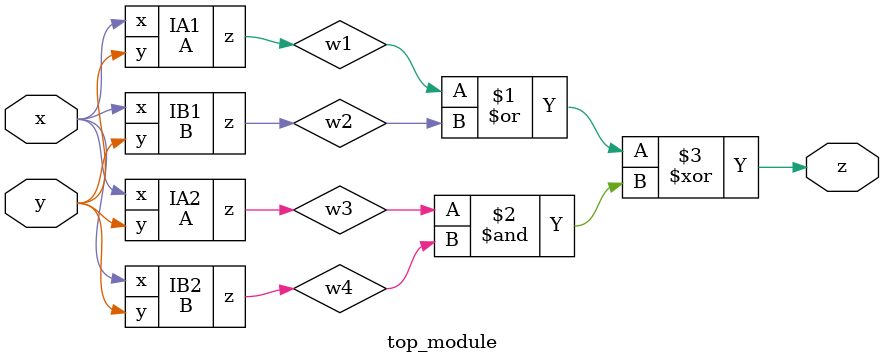
<source format=v>
module A (input x, input y, output z);
    assign z = (x^y) & x;
endmodule

module B (input x, input y, output z);
    assign z = ~(x^y);
endmodule
module top_module (input x, input y, output z);
    wire w1, w2, w3, w4;
    
    A IA1(x, y, w1);
    B IB1(x, y, w2);
    A IA2(x, y, w3);
    B IB2(x, y, w4);
    
    assign z = (w1 | w2) ^ (w3 & w4);
endmodule


</source>
